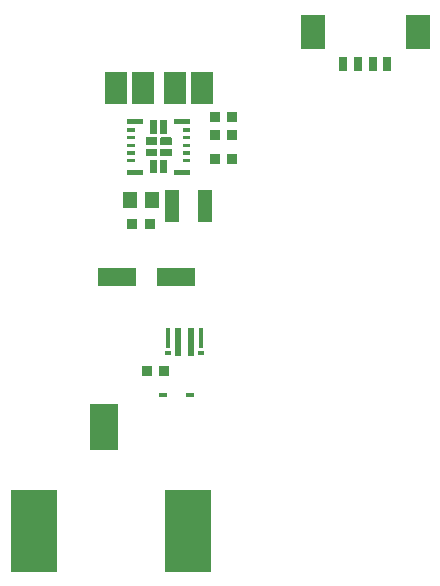
<source format=gbr>
%TF.GenerationSoftware,Altium Limited,Altium Designer,23.5.1 (21)*%
G04 Layer_Color=128*
%FSLAX45Y45*%
%MOMM*%
%TF.SameCoordinates,251D8D79-0CC1-4DB5-8A6B-B6CDDAA58204*%
%TF.FilePolarity,Positive*%
%TF.FileFunction,Paste,Bot*%
%TF.Part,Single*%
G01*
G75*
%TA.AperFunction,SMDPad,CuDef*%
%ADD10R,0.95814X0.91213*%
%ADD13R,0.95872X0.91213*%
%ADD37R,1.90292X2.70620*%
%ADD41R,1.15000X1.45000*%
%ADD45R,0.80000X0.45000*%
%ADD46R,2.48920X3.98780*%
%ADD47R,3.98780X7.00000*%
%ADD48R,1.30000X2.70000*%
%ADD49R,3.20000X1.60000*%
%ADD50R,0.80000X1.30000*%
%ADD51R,2.10000X3.00000*%
%ADD63R,0.46908X0.39908*%
%ADD64R,0.43677X1.66677*%
%ADD65R,0.63000X2.40000*%
G36*
X1792762Y3912993D02*
X1793023Y3912973D01*
X1793282Y3912938D01*
X1793540Y3912891D01*
X1793794Y3912830D01*
X1794045Y3912755D01*
X1794292Y3912668D01*
X1794534Y3912568D01*
X1794770Y3912455D01*
X1795000Y3912330D01*
X1795223Y3912193D01*
X1795439Y3912045D01*
X1795647Y3911886D01*
X1795846Y3911716D01*
X1796036Y3911535D01*
X1796216Y3911346D01*
X1796386Y3911147D01*
X1796545Y3910939D01*
X1796693Y3910723D01*
X1796830Y3910500D01*
X1796955Y3910270D01*
X1797068Y3910034D01*
X1797168Y3909792D01*
X1797255Y3909545D01*
X1797330Y3909294D01*
X1797391Y3909039D01*
X1797439Y3908782D01*
X1797473Y3908523D01*
X1797493Y3908262D01*
X1797500Y3908000D01*
Y3888000D01*
X1797493Y3887738D01*
X1797473Y3887477D01*
X1797439Y3887218D01*
X1797391Y3886960D01*
X1797330Y3886706D01*
X1797255Y3886455D01*
X1797168Y3886208D01*
X1797068Y3885966D01*
X1796955Y3885730D01*
X1796830Y3885500D01*
X1796693Y3885277D01*
X1796545Y3885061D01*
X1796386Y3884853D01*
X1796216Y3884654D01*
X1796036Y3884464D01*
X1795846Y3884284D01*
X1795647Y3884114D01*
X1795439Y3883955D01*
X1795223Y3883807D01*
X1795000Y3883670D01*
X1794770Y3883545D01*
X1794534Y3883432D01*
X1794292Y3883332D01*
X1794045Y3883245D01*
X1793794Y3883170D01*
X1793540Y3883109D01*
X1793282Y3883062D01*
X1793023Y3883027D01*
X1792762Y3883007D01*
X1792500Y3883000D01*
X1737500D01*
X1737238Y3883007D01*
X1736977Y3883027D01*
X1736718Y3883062D01*
X1736461Y3883109D01*
X1736206Y3883170D01*
X1735955Y3883245D01*
X1735708Y3883332D01*
X1735466Y3883432D01*
X1735230Y3883545D01*
X1735000Y3883670D01*
X1734777Y3883807D01*
X1734561Y3883955D01*
X1734353Y3884114D01*
X1734155Y3884284D01*
X1733965Y3884464D01*
X1733784Y3884654D01*
X1733614Y3884853D01*
X1733455Y3885061D01*
X1733307Y3885277D01*
X1733170Y3885500D01*
X1733045Y3885730D01*
X1732932Y3885966D01*
X1732832Y3886208D01*
X1732745Y3886455D01*
X1732670Y3886706D01*
X1732609Y3886960D01*
X1732562Y3887218D01*
X1732527Y3887477D01*
X1732507Y3887738D01*
X1732500Y3888000D01*
Y3908000D01*
X1732507Y3908262D01*
X1732527Y3908523D01*
X1732562Y3908782D01*
X1732609Y3909039D01*
X1732670Y3909294D01*
X1732745Y3909545D01*
X1732832Y3909792D01*
X1732932Y3910034D01*
X1733045Y3910270D01*
X1733170Y3910500D01*
X1733307Y3910723D01*
X1733455Y3910939D01*
X1733614Y3911147D01*
X1733784Y3911346D01*
X1733965Y3911535D01*
X1734155Y3911716D01*
X1734353Y3911886D01*
X1734561Y3912045D01*
X1734777Y3912193D01*
X1735000Y3912330D01*
X1735230Y3912455D01*
X1735466Y3912568D01*
X1735708Y3912668D01*
X1735955Y3912755D01*
X1736206Y3912830D01*
X1736461Y3912891D01*
X1736718Y3912938D01*
X1736977Y3912973D01*
X1737238Y3912993D01*
X1737500Y3913000D01*
X1792500D01*
X1792762Y3912993D01*
D02*
G37*
G36*
X1980262Y3934993D02*
X1980523Y3934973D01*
X1980782Y3934939D01*
X1981040Y3934891D01*
X1981294Y3934830D01*
X1981545Y3934755D01*
X1981792Y3934668D01*
X1982034Y3934568D01*
X1982270Y3934455D01*
X1982500Y3934330D01*
X1982723Y3934193D01*
X1982939Y3934045D01*
X1983147Y3933886D01*
X1983346Y3933716D01*
X1983536Y3933535D01*
X1983716Y3933346D01*
X1983886Y3933147D01*
X1984045Y3932939D01*
X1984193Y3932723D01*
X1984330Y3932500D01*
X1984455Y3932270D01*
X1984568Y3932034D01*
X1984668Y3931792D01*
X1984755Y3931545D01*
X1984830Y3931294D01*
X1984891Y3931040D01*
X1984939Y3930782D01*
X1984973Y3930522D01*
X1984993Y3930262D01*
X1985000Y3930000D01*
Y3875000D01*
X1984993Y3874738D01*
X1984973Y3874477D01*
X1984939Y3874218D01*
X1984891Y3873961D01*
X1984830Y3873706D01*
X1984755Y3873455D01*
X1984668Y3873208D01*
X1984568Y3872966D01*
X1984455Y3872730D01*
X1984330Y3872500D01*
X1984193Y3872277D01*
X1984045Y3872061D01*
X1983886Y3871853D01*
X1983716Y3871654D01*
X1983536Y3871464D01*
X1983346Y3871284D01*
X1983147Y3871114D01*
X1982939Y3870955D01*
X1982723Y3870807D01*
X1982500Y3870670D01*
X1982270Y3870545D01*
X1982034Y3870432D01*
X1981792Y3870332D01*
X1981545Y3870245D01*
X1981294Y3870170D01*
X1981040Y3870109D01*
X1980782Y3870062D01*
X1980523Y3870027D01*
X1980262Y3870007D01*
X1980000Y3870000D01*
X1895000D01*
X1894738Y3870007D01*
X1894478Y3870027D01*
X1894218Y3870062D01*
X1893960Y3870109D01*
X1893706Y3870170D01*
X1893455Y3870245D01*
X1893208Y3870332D01*
X1892966Y3870432D01*
X1892730Y3870545D01*
X1892500Y3870670D01*
X1892277Y3870807D01*
X1892061Y3870955D01*
X1891853Y3871114D01*
X1891654Y3871284D01*
X1891465Y3871464D01*
X1891284Y3871654D01*
X1891114Y3871853D01*
X1890955Y3872061D01*
X1890807Y3872277D01*
X1890670Y3872500D01*
X1890545Y3872730D01*
X1890432Y3872966D01*
X1890332Y3873208D01*
X1890245Y3873455D01*
X1890170Y3873706D01*
X1890109Y3873961D01*
X1890061Y3874218D01*
X1890027Y3874477D01*
X1890007Y3874738D01*
X1890000Y3875000D01*
Y3930000D01*
X1890007Y3930262D01*
X1890027Y3930522D01*
X1890061Y3930782D01*
X1890109Y3931040D01*
X1890170Y3931294D01*
X1890245Y3931545D01*
X1890332Y3931792D01*
X1890432Y3932034D01*
X1890545Y3932270D01*
X1890670Y3932500D01*
X1890807Y3932723D01*
X1890955Y3932939D01*
X1891114Y3933147D01*
X1891284Y3933346D01*
X1891465Y3933535D01*
X1891654Y3933716D01*
X1891853Y3933886D01*
X1892061Y3934045D01*
X1892277Y3934193D01*
X1892500Y3934330D01*
X1892730Y3934455D01*
X1892966Y3934568D01*
X1893208Y3934668D01*
X1893455Y3934755D01*
X1893706Y3934830D01*
X1893960Y3934891D01*
X1894218Y3934939D01*
X1894478Y3934973D01*
X1894738Y3934993D01*
X1895000Y3935000D01*
X1980000D01*
X1980262Y3934993D01*
D02*
G37*
G36*
X1792762Y3847993D02*
X1793023Y3847972D01*
X1793282Y3847938D01*
X1793540Y3847891D01*
X1793794Y3847829D01*
X1794045Y3847755D01*
X1794292Y3847668D01*
X1794534Y3847568D01*
X1794770Y3847455D01*
X1795000Y3847330D01*
X1795223Y3847193D01*
X1795439Y3847045D01*
X1795647Y3846886D01*
X1795846Y3846716D01*
X1796036Y3846536D01*
X1796216Y3846346D01*
X1796386Y3846146D01*
X1796545Y3845939D01*
X1796693Y3845723D01*
X1796830Y3845500D01*
X1796955Y3845270D01*
X1797068Y3845034D01*
X1797168Y3844792D01*
X1797255Y3844545D01*
X1797330Y3844294D01*
X1797391Y3844040D01*
X1797439Y3843782D01*
X1797473Y3843523D01*
X1797493Y3843262D01*
X1797500Y3843000D01*
Y3823000D01*
X1797493Y3822738D01*
X1797473Y3822477D01*
X1797439Y3822218D01*
X1797391Y3821960D01*
X1797330Y3821706D01*
X1797255Y3821455D01*
X1797168Y3821208D01*
X1797068Y3820966D01*
X1796955Y3820730D01*
X1796830Y3820500D01*
X1796693Y3820277D01*
X1796545Y3820061D01*
X1796386Y3819853D01*
X1796216Y3819654D01*
X1796036Y3819465D01*
X1795846Y3819284D01*
X1795647Y3819114D01*
X1795439Y3818955D01*
X1795223Y3818807D01*
X1795000Y3818670D01*
X1794770Y3818545D01*
X1794534Y3818432D01*
X1794292Y3818332D01*
X1794045Y3818245D01*
X1793794Y3818170D01*
X1793540Y3818109D01*
X1793282Y3818061D01*
X1793023Y3818027D01*
X1792762Y3818007D01*
X1792500Y3818000D01*
X1737500D01*
X1737238Y3818007D01*
X1736977Y3818027D01*
X1736718Y3818061D01*
X1736461Y3818109D01*
X1736206Y3818170D01*
X1735955Y3818245D01*
X1735708Y3818332D01*
X1735466Y3818432D01*
X1735230Y3818545D01*
X1735000Y3818670D01*
X1734777Y3818807D01*
X1734561Y3818955D01*
X1734353Y3819114D01*
X1734155Y3819284D01*
X1733965Y3819465D01*
X1733784Y3819654D01*
X1733614Y3819853D01*
X1733455Y3820061D01*
X1733307Y3820277D01*
X1733170Y3820500D01*
X1733045Y3820730D01*
X1732932Y3820966D01*
X1732832Y3821208D01*
X1732745Y3821455D01*
X1732670Y3821706D01*
X1732609Y3821960D01*
X1732562Y3822218D01*
X1732527Y3822477D01*
X1732507Y3822738D01*
X1732500Y3823000D01*
Y3843000D01*
X1732507Y3843262D01*
X1732527Y3843523D01*
X1732562Y3843782D01*
X1732609Y3844040D01*
X1732670Y3844294D01*
X1732745Y3844545D01*
X1732832Y3844792D01*
X1732932Y3845034D01*
X1733045Y3845270D01*
X1733170Y3845500D01*
X1733307Y3845723D01*
X1733455Y3845939D01*
X1733614Y3846146D01*
X1733784Y3846346D01*
X1733965Y3846536D01*
X1734155Y3846716D01*
X1734353Y3846886D01*
X1734561Y3847045D01*
X1734777Y3847193D01*
X1735000Y3847330D01*
X1735230Y3847455D01*
X1735466Y3847568D01*
X1735708Y3847668D01*
X1735955Y3847755D01*
X1736206Y3847829D01*
X1736461Y3847891D01*
X1736718Y3847938D01*
X1736977Y3847972D01*
X1737238Y3847993D01*
X1737500Y3848000D01*
X1792500D01*
X1792762Y3847993D01*
D02*
G37*
G36*
X1982762Y3839993D02*
X1983023Y3839973D01*
X1983282Y3839938D01*
X1983540Y3839891D01*
X1983794Y3839830D01*
X1984045Y3839755D01*
X1984292Y3839668D01*
X1984534Y3839568D01*
X1984770Y3839455D01*
X1985000Y3839330D01*
X1985223Y3839193D01*
X1985439Y3839045D01*
X1985647Y3838886D01*
X1985846Y3838716D01*
X1986036Y3838536D01*
X1986216Y3838346D01*
X1986386Y3838147D01*
X1986545Y3837939D01*
X1986694Y3837723D01*
X1986830Y3837500D01*
X1986955Y3837270D01*
X1987068Y3837034D01*
X1987168Y3836792D01*
X1987255Y3836545D01*
X1987330Y3836294D01*
X1987391Y3836040D01*
X1987438Y3835782D01*
X1987473Y3835523D01*
X1987493Y3835262D01*
X1987500Y3835000D01*
Y3730000D01*
X1987493Y3729738D01*
X1987473Y3729477D01*
X1987438Y3729218D01*
X1987391Y3728961D01*
X1987330Y3728706D01*
X1987255Y3728455D01*
X1987168Y3728208D01*
X1987068Y3727966D01*
X1986955Y3727730D01*
X1986830Y3727500D01*
X1986694Y3727277D01*
X1986545Y3727061D01*
X1986386Y3726853D01*
X1986216Y3726654D01*
X1986036Y3726464D01*
X1985846Y3726284D01*
X1985647Y3726114D01*
X1985439Y3725955D01*
X1985223Y3725807D01*
X1985000Y3725670D01*
X1984770Y3725545D01*
X1984534Y3725432D01*
X1984292Y3725332D01*
X1984045Y3725245D01*
X1983794Y3725170D01*
X1983540Y3725109D01*
X1983282Y3725062D01*
X1983023Y3725027D01*
X1982762Y3725007D01*
X1982500Y3725000D01*
X1932500D01*
X1932238Y3725007D01*
X1931977Y3725027D01*
X1931718Y3725062D01*
X1931460Y3725109D01*
X1931206Y3725170D01*
X1930955Y3725245D01*
X1930708Y3725332D01*
X1930466Y3725432D01*
X1930230Y3725545D01*
X1930000Y3725670D01*
X1929777Y3725807D01*
X1929561Y3725955D01*
X1929354Y3726114D01*
X1929154Y3726284D01*
X1928965Y3726464D01*
X1928784Y3726654D01*
X1928614Y3726853D01*
X1928455Y3727061D01*
X1928307Y3727277D01*
X1928170Y3727500D01*
X1928045Y3727730D01*
X1927932Y3727966D01*
X1927832Y3728208D01*
X1927745Y3728455D01*
X1927671Y3728706D01*
X1927609Y3728961D01*
X1927562Y3729218D01*
X1927528Y3729477D01*
X1927507Y3729738D01*
X1927500Y3730000D01*
Y3835000D01*
X1927507Y3835262D01*
X1927528Y3835523D01*
X1927562Y3835782D01*
X1927609Y3836040D01*
X1927671Y3836294D01*
X1927745Y3836545D01*
X1927832Y3836792D01*
X1927932Y3837034D01*
X1928045Y3837270D01*
X1928170Y3837500D01*
X1928307Y3837723D01*
X1928455Y3837939D01*
X1928614Y3838147D01*
X1928784Y3838346D01*
X1928965Y3838536D01*
X1929154Y3838716D01*
X1929354Y3838886D01*
X1929561Y3839045D01*
X1929777Y3839193D01*
X1930000Y3839330D01*
X1930230Y3839455D01*
X1930466Y3839568D01*
X1930708Y3839668D01*
X1930955Y3839755D01*
X1931206Y3839830D01*
X1931460Y3839891D01*
X1931718Y3839938D01*
X1931977Y3839973D01*
X1932238Y3839993D01*
X1932500Y3840000D01*
X1982500D01*
X1982762Y3839993D01*
D02*
G37*
G36*
X1862762Y3757993D02*
X1863023Y3757973D01*
X1863282Y3757938D01*
X1863540Y3757891D01*
X1863794Y3757830D01*
X1864045Y3757755D01*
X1864292Y3757668D01*
X1864534Y3757568D01*
X1864770Y3757455D01*
X1865000Y3757330D01*
X1865223Y3757193D01*
X1865439Y3757045D01*
X1865647Y3756886D01*
X1865846Y3756716D01*
X1866036Y3756536D01*
X1866216Y3756346D01*
X1866386Y3756147D01*
X1866545Y3755939D01*
X1866693Y3755723D01*
X1866830Y3755500D01*
X1866955Y3755270D01*
X1867068Y3755034D01*
X1867168Y3754792D01*
X1867255Y3754545D01*
X1867330Y3754294D01*
X1867391Y3754039D01*
X1867438Y3753782D01*
X1867473Y3753523D01*
X1867493Y3753262D01*
X1867500Y3753000D01*
Y3718000D01*
X1867493Y3717738D01*
X1867473Y3717477D01*
X1867438Y3717218D01*
X1867391Y3716960D01*
X1867330Y3716706D01*
X1867255Y3716455D01*
X1867168Y3716208D01*
X1867068Y3715966D01*
X1866955Y3715730D01*
X1866830Y3715500D01*
X1866693Y3715277D01*
X1866545Y3715061D01*
X1866386Y3714853D01*
X1866216Y3714654D01*
X1866036Y3714465D01*
X1865846Y3714284D01*
X1865647Y3714114D01*
X1865439Y3713955D01*
X1865223Y3713807D01*
X1865000Y3713670D01*
X1864770Y3713545D01*
X1864534Y3713432D01*
X1864292Y3713332D01*
X1864045Y3713245D01*
X1863794Y3713170D01*
X1863540Y3713109D01*
X1863282Y3713061D01*
X1863023Y3713027D01*
X1862762Y3713007D01*
X1862500Y3713000D01*
X1737500D01*
X1737238Y3713007D01*
X1736977Y3713027D01*
X1736718Y3713061D01*
X1736461Y3713109D01*
X1736206Y3713170D01*
X1735955Y3713245D01*
X1735708Y3713332D01*
X1735466Y3713432D01*
X1735230Y3713545D01*
X1735000Y3713670D01*
X1734777Y3713807D01*
X1734561Y3713955D01*
X1734353Y3714114D01*
X1734155Y3714284D01*
X1733965Y3714465D01*
X1733784Y3714654D01*
X1733614Y3714853D01*
X1733455Y3715061D01*
X1733307Y3715277D01*
X1733170Y3715500D01*
X1733045Y3715730D01*
X1732932Y3715966D01*
X1732832Y3716208D01*
X1732745Y3716455D01*
X1732670Y3716706D01*
X1732609Y3716960D01*
X1732562Y3717218D01*
X1732527Y3717477D01*
X1732507Y3717738D01*
X1732500Y3718000D01*
Y3753000D01*
X1732507Y3753262D01*
X1732527Y3753523D01*
X1732562Y3753782D01*
X1732609Y3754039D01*
X1732670Y3754294D01*
X1732745Y3754545D01*
X1732832Y3754792D01*
X1732932Y3755034D01*
X1733045Y3755270D01*
X1733170Y3755500D01*
X1733307Y3755723D01*
X1733455Y3755939D01*
X1733614Y3756147D01*
X1733784Y3756346D01*
X1733965Y3756536D01*
X1734155Y3756716D01*
X1734353Y3756886D01*
X1734561Y3757045D01*
X1734777Y3757193D01*
X1735000Y3757330D01*
X1735230Y3757455D01*
X1735466Y3757568D01*
X1735708Y3757668D01*
X1735955Y3757755D01*
X1736206Y3757830D01*
X1736461Y3757891D01*
X1736718Y3757938D01*
X1736977Y3757973D01*
X1737238Y3757993D01*
X1737500Y3758000D01*
X1862500D01*
X1862762Y3757993D01*
D02*
G37*
G36*
Y4187993D02*
X1863023Y4187973D01*
X1863282Y4187939D01*
X1863540Y4187891D01*
X1863794Y4187830D01*
X1864045Y4187755D01*
X1864292Y4187668D01*
X1864534Y4187568D01*
X1864770Y4187455D01*
X1865000Y4187330D01*
X1865223Y4187193D01*
X1865439Y4187045D01*
X1865647Y4186886D01*
X1865846Y4186716D01*
X1866036Y4186535D01*
X1866216Y4186346D01*
X1866386Y4186147D01*
X1866545Y4185939D01*
X1866693Y4185723D01*
X1866830Y4185500D01*
X1866955Y4185270D01*
X1867068Y4185034D01*
X1867168Y4184792D01*
X1867255Y4184545D01*
X1867330Y4184294D01*
X1867391Y4184040D01*
X1867438Y4183782D01*
X1867473Y4183522D01*
X1867493Y4183262D01*
X1867500Y4183000D01*
Y4148000D01*
X1867493Y4147738D01*
X1867473Y4147477D01*
X1867438Y4147218D01*
X1867391Y4146960D01*
X1867330Y4146706D01*
X1867255Y4146455D01*
X1867168Y4146208D01*
X1867068Y4145966D01*
X1866955Y4145730D01*
X1866830Y4145500D01*
X1866693Y4145277D01*
X1866545Y4145061D01*
X1866386Y4144853D01*
X1866216Y4144654D01*
X1866036Y4144464D01*
X1865846Y4144284D01*
X1865647Y4144114D01*
X1865439Y4143955D01*
X1865223Y4143807D01*
X1865000Y4143670D01*
X1864770Y4143545D01*
X1864534Y4143432D01*
X1864292Y4143332D01*
X1864045Y4143245D01*
X1863794Y4143170D01*
X1863540Y4143109D01*
X1863282Y4143062D01*
X1863023Y4143027D01*
X1862762Y4143007D01*
X1862500Y4143000D01*
X1737500D01*
X1737238Y4143007D01*
X1736977Y4143027D01*
X1736718Y4143062D01*
X1736461Y4143109D01*
X1736206Y4143170D01*
X1735955Y4143245D01*
X1735708Y4143332D01*
X1735466Y4143432D01*
X1735230Y4143545D01*
X1735000Y4143670D01*
X1734777Y4143807D01*
X1734561Y4143955D01*
X1734353Y4144114D01*
X1734155Y4144284D01*
X1733965Y4144464D01*
X1733784Y4144654D01*
X1733614Y4144853D01*
X1733455Y4145061D01*
X1733307Y4145277D01*
X1733170Y4145500D01*
X1733045Y4145730D01*
X1732932Y4145966D01*
X1732832Y4146208D01*
X1732745Y4146455D01*
X1732670Y4146706D01*
X1732609Y4146960D01*
X1732562Y4147218D01*
X1732527Y4147477D01*
X1732507Y4147738D01*
X1732500Y4148000D01*
Y4183000D01*
X1732507Y4183262D01*
X1732527Y4183522D01*
X1732562Y4183782D01*
X1732609Y4184040D01*
X1732670Y4184294D01*
X1732745Y4184545D01*
X1732832Y4184792D01*
X1732932Y4185034D01*
X1733045Y4185270D01*
X1733170Y4185500D01*
X1733307Y4185723D01*
X1733455Y4185939D01*
X1733614Y4186147D01*
X1733784Y4186346D01*
X1733965Y4186535D01*
X1734155Y4186716D01*
X1734353Y4186886D01*
X1734561Y4187045D01*
X1734777Y4187193D01*
X1735000Y4187330D01*
X1735230Y4187455D01*
X1735466Y4187568D01*
X1735708Y4187668D01*
X1735955Y4187755D01*
X1736206Y4187830D01*
X1736461Y4187891D01*
X1736718Y4187939D01*
X1736977Y4187973D01*
X1737238Y4187993D01*
X1737500Y4188000D01*
X1862500D01*
X1862762Y4187993D01*
D02*
G37*
G36*
X1792762Y4107993D02*
X1793023Y4107972D01*
X1793282Y4107938D01*
X1793540Y4107891D01*
X1793794Y4107829D01*
X1794045Y4107755D01*
X1794292Y4107668D01*
X1794534Y4107568D01*
X1794770Y4107455D01*
X1795000Y4107330D01*
X1795223Y4107193D01*
X1795439Y4107045D01*
X1795647Y4106886D01*
X1795846Y4106716D01*
X1796036Y4106536D01*
X1796216Y4106346D01*
X1796386Y4106146D01*
X1796545Y4105939D01*
X1796693Y4105723D01*
X1796830Y4105500D01*
X1796955Y4105270D01*
X1797068Y4105034D01*
X1797168Y4104792D01*
X1797255Y4104545D01*
X1797330Y4104294D01*
X1797391Y4104040D01*
X1797439Y4103782D01*
X1797473Y4103523D01*
X1797493Y4103262D01*
X1797500Y4103000D01*
Y4083000D01*
X1797493Y4082738D01*
X1797473Y4082477D01*
X1797439Y4082218D01*
X1797391Y4081960D01*
X1797330Y4081706D01*
X1797255Y4081455D01*
X1797168Y4081208D01*
X1797068Y4080966D01*
X1796955Y4080730D01*
X1796830Y4080500D01*
X1796693Y4080277D01*
X1796545Y4080061D01*
X1796386Y4079853D01*
X1796216Y4079654D01*
X1796036Y4079465D01*
X1795846Y4079284D01*
X1795647Y4079114D01*
X1795439Y4078955D01*
X1795223Y4078807D01*
X1795000Y4078670D01*
X1794770Y4078545D01*
X1794534Y4078432D01*
X1794292Y4078332D01*
X1794045Y4078245D01*
X1793794Y4078170D01*
X1793540Y4078109D01*
X1793282Y4078061D01*
X1793023Y4078027D01*
X1792762Y4078007D01*
X1792500Y4078000D01*
X1737500D01*
X1737238Y4078007D01*
X1736977Y4078027D01*
X1736718Y4078061D01*
X1736461Y4078109D01*
X1736206Y4078170D01*
X1735955Y4078245D01*
X1735708Y4078332D01*
X1735466Y4078432D01*
X1735230Y4078545D01*
X1735000Y4078670D01*
X1734777Y4078807D01*
X1734561Y4078955D01*
X1734353Y4079114D01*
X1734155Y4079284D01*
X1733965Y4079465D01*
X1733784Y4079654D01*
X1733614Y4079853D01*
X1733455Y4080061D01*
X1733307Y4080277D01*
X1733170Y4080500D01*
X1733045Y4080730D01*
X1732932Y4080966D01*
X1732832Y4081208D01*
X1732745Y4081455D01*
X1732670Y4081706D01*
X1732609Y4081960D01*
X1732562Y4082218D01*
X1732527Y4082477D01*
X1732507Y4082738D01*
X1732500Y4083000D01*
Y4103000D01*
X1732507Y4103262D01*
X1732527Y4103523D01*
X1732562Y4103782D01*
X1732609Y4104040D01*
X1732670Y4104294D01*
X1732745Y4104545D01*
X1732832Y4104792D01*
X1732932Y4105034D01*
X1733045Y4105270D01*
X1733170Y4105500D01*
X1733307Y4105723D01*
X1733455Y4105939D01*
X1733614Y4106146D01*
X1733784Y4106346D01*
X1733965Y4106536D01*
X1734155Y4106716D01*
X1734353Y4106886D01*
X1734561Y4107045D01*
X1734777Y4107193D01*
X1735000Y4107330D01*
X1735230Y4107455D01*
X1735466Y4107568D01*
X1735708Y4107668D01*
X1735955Y4107755D01*
X1736206Y4107829D01*
X1736461Y4107891D01*
X1736718Y4107938D01*
X1736977Y4107972D01*
X1737238Y4107993D01*
X1737500Y4108000D01*
X1792500D01*
X1792762Y4107993D01*
D02*
G37*
G36*
X1982762Y4174993D02*
X1983023Y4174973D01*
X1983282Y4174938D01*
X1983540Y4174891D01*
X1983794Y4174830D01*
X1984045Y4174755D01*
X1984292Y4174668D01*
X1984534Y4174568D01*
X1984770Y4174455D01*
X1985000Y4174330D01*
X1985223Y4174193D01*
X1985439Y4174045D01*
X1985647Y4173886D01*
X1985846Y4173716D01*
X1986036Y4173535D01*
X1986216Y4173346D01*
X1986386Y4173147D01*
X1986545Y4172939D01*
X1986694Y4172723D01*
X1986830Y4172500D01*
X1986955Y4172270D01*
X1987068Y4172034D01*
X1987168Y4171792D01*
X1987255Y4171545D01*
X1987330Y4171294D01*
X1987391Y4171039D01*
X1987438Y4170782D01*
X1987473Y4170523D01*
X1987493Y4170262D01*
X1987500Y4170000D01*
Y4065000D01*
X1987493Y4064738D01*
X1987473Y4064477D01*
X1987438Y4064218D01*
X1987391Y4063960D01*
X1987330Y4063706D01*
X1987255Y4063455D01*
X1987168Y4063208D01*
X1987068Y4062966D01*
X1986955Y4062730D01*
X1986830Y4062500D01*
X1986694Y4062277D01*
X1986545Y4062061D01*
X1986386Y4061853D01*
X1986216Y4061654D01*
X1986036Y4061464D01*
X1985846Y4061284D01*
X1985647Y4061114D01*
X1985439Y4060955D01*
X1985223Y4060807D01*
X1985000Y4060670D01*
X1984770Y4060545D01*
X1984534Y4060432D01*
X1984292Y4060332D01*
X1984045Y4060245D01*
X1983794Y4060170D01*
X1983540Y4060109D01*
X1983282Y4060061D01*
X1983023Y4060027D01*
X1982762Y4060007D01*
X1982500Y4060000D01*
X1932500D01*
X1932238Y4060007D01*
X1931977Y4060027D01*
X1931718Y4060061D01*
X1931460Y4060109D01*
X1931206Y4060170D01*
X1930955Y4060245D01*
X1930708Y4060332D01*
X1930466Y4060432D01*
X1930230Y4060545D01*
X1930000Y4060670D01*
X1929777Y4060807D01*
X1929561Y4060955D01*
X1929354Y4061114D01*
X1929154Y4061284D01*
X1928965Y4061464D01*
X1928784Y4061654D01*
X1928614Y4061853D01*
X1928455Y4062061D01*
X1928307Y4062277D01*
X1928170Y4062500D01*
X1928045Y4062730D01*
X1927932Y4062966D01*
X1927832Y4063208D01*
X1927745Y4063455D01*
X1927671Y4063706D01*
X1927609Y4063960D01*
X1927562Y4064218D01*
X1927528Y4064477D01*
X1927507Y4064738D01*
X1927500Y4065000D01*
Y4170000D01*
X1927507Y4170262D01*
X1927528Y4170523D01*
X1927562Y4170782D01*
X1927609Y4171039D01*
X1927671Y4171294D01*
X1927745Y4171545D01*
X1927832Y4171792D01*
X1927932Y4172034D01*
X1928045Y4172270D01*
X1928170Y4172500D01*
X1928307Y4172723D01*
X1928455Y4172939D01*
X1928614Y4173147D01*
X1928784Y4173346D01*
X1928965Y4173535D01*
X1929154Y4173716D01*
X1929354Y4173886D01*
X1929561Y4174045D01*
X1929777Y4174193D01*
X1930000Y4174330D01*
X1930230Y4174455D01*
X1930466Y4174568D01*
X1930708Y4174668D01*
X1930955Y4174755D01*
X1931206Y4174830D01*
X1931460Y4174891D01*
X1931718Y4174938D01*
X1931977Y4174973D01*
X1932238Y4174993D01*
X1932500Y4175000D01*
X1982500D01*
X1982762Y4174993D01*
D02*
G37*
G36*
X1792762Y4042993D02*
X1793023Y4042973D01*
X1793282Y4042938D01*
X1793540Y4042891D01*
X1793794Y4042830D01*
X1794045Y4042755D01*
X1794292Y4042668D01*
X1794534Y4042568D01*
X1794770Y4042455D01*
X1795000Y4042330D01*
X1795223Y4042193D01*
X1795439Y4042045D01*
X1795647Y4041886D01*
X1795846Y4041716D01*
X1796036Y4041535D01*
X1796216Y4041346D01*
X1796386Y4041147D01*
X1796545Y4040939D01*
X1796693Y4040723D01*
X1796830Y4040500D01*
X1796955Y4040270D01*
X1797068Y4040034D01*
X1797168Y4039792D01*
X1797255Y4039545D01*
X1797330Y4039294D01*
X1797391Y4039039D01*
X1797439Y4038782D01*
X1797473Y4038523D01*
X1797493Y4038262D01*
X1797500Y4038000D01*
Y4018000D01*
X1797493Y4017738D01*
X1797473Y4017477D01*
X1797439Y4017218D01*
X1797391Y4016960D01*
X1797330Y4016706D01*
X1797255Y4016455D01*
X1797168Y4016208D01*
X1797068Y4015966D01*
X1796955Y4015730D01*
X1796830Y4015500D01*
X1796693Y4015277D01*
X1796545Y4015061D01*
X1796386Y4014853D01*
X1796216Y4014654D01*
X1796036Y4014464D01*
X1795846Y4014284D01*
X1795647Y4014114D01*
X1795439Y4013955D01*
X1795223Y4013807D01*
X1795000Y4013670D01*
X1794770Y4013545D01*
X1794534Y4013432D01*
X1794292Y4013332D01*
X1794045Y4013245D01*
X1793794Y4013170D01*
X1793540Y4013109D01*
X1793282Y4013062D01*
X1793023Y4013027D01*
X1792762Y4013007D01*
X1792500Y4013000D01*
X1737500D01*
X1737238Y4013007D01*
X1736977Y4013027D01*
X1736718Y4013062D01*
X1736461Y4013109D01*
X1736206Y4013170D01*
X1735955Y4013245D01*
X1735708Y4013332D01*
X1735466Y4013432D01*
X1735230Y4013545D01*
X1735000Y4013670D01*
X1734777Y4013807D01*
X1734561Y4013955D01*
X1734353Y4014114D01*
X1734155Y4014284D01*
X1733965Y4014464D01*
X1733784Y4014654D01*
X1733614Y4014853D01*
X1733455Y4015061D01*
X1733307Y4015277D01*
X1733170Y4015500D01*
X1733045Y4015730D01*
X1732932Y4015966D01*
X1732832Y4016208D01*
X1732745Y4016455D01*
X1732670Y4016706D01*
X1732609Y4016960D01*
X1732562Y4017218D01*
X1732527Y4017477D01*
X1732507Y4017738D01*
X1732500Y4018000D01*
Y4038000D01*
X1732507Y4038262D01*
X1732527Y4038523D01*
X1732562Y4038782D01*
X1732609Y4039039D01*
X1732670Y4039294D01*
X1732745Y4039545D01*
X1732832Y4039792D01*
X1732932Y4040034D01*
X1733045Y4040270D01*
X1733170Y4040500D01*
X1733307Y4040723D01*
X1733455Y4040939D01*
X1733614Y4041147D01*
X1733784Y4041346D01*
X1733965Y4041535D01*
X1734155Y4041716D01*
X1734353Y4041886D01*
X1734561Y4042045D01*
X1734777Y4042193D01*
X1735000Y4042330D01*
X1735230Y4042455D01*
X1735466Y4042568D01*
X1735708Y4042668D01*
X1735955Y4042755D01*
X1736206Y4042830D01*
X1736461Y4042891D01*
X1736718Y4042938D01*
X1736977Y4042973D01*
X1737238Y4042993D01*
X1737500Y4043000D01*
X1792500D01*
X1792762Y4042993D01*
D02*
G37*
G36*
X1980262Y4029993D02*
X1980523Y4029973D01*
X1980782Y4029938D01*
X1981040Y4029891D01*
X1981294Y4029830D01*
X1981545Y4029755D01*
X1981792Y4029668D01*
X1982034Y4029568D01*
X1982270Y4029455D01*
X1982500Y4029330D01*
X1982723Y4029193D01*
X1982939Y4029045D01*
X1983147Y4028886D01*
X1983346Y4028716D01*
X1983536Y4028536D01*
X1983716Y4028346D01*
X1983886Y4028147D01*
X1984045Y4027939D01*
X1984193Y4027723D01*
X1984330Y4027500D01*
X1984455Y4027270D01*
X1984568Y4027034D01*
X1984668Y4026792D01*
X1984755Y4026545D01*
X1984830Y4026294D01*
X1984891Y4026039D01*
X1984939Y4025782D01*
X1984973Y4025523D01*
X1984993Y4025262D01*
X1985000Y4025000D01*
Y3970000D01*
X1984993Y3969738D01*
X1984973Y3969477D01*
X1984939Y3969218D01*
X1984891Y3968960D01*
X1984830Y3968706D01*
X1984755Y3968455D01*
X1984668Y3968208D01*
X1984568Y3967966D01*
X1984455Y3967730D01*
X1984330Y3967500D01*
X1984193Y3967277D01*
X1984045Y3967061D01*
X1983886Y3966853D01*
X1983716Y3966654D01*
X1983536Y3966465D01*
X1983346Y3966284D01*
X1983147Y3966114D01*
X1982939Y3965955D01*
X1982723Y3965807D01*
X1982500Y3965670D01*
X1982270Y3965545D01*
X1982034Y3965432D01*
X1981792Y3965332D01*
X1981545Y3965245D01*
X1981294Y3965170D01*
X1981040Y3965109D01*
X1980782Y3965061D01*
X1980523Y3965027D01*
X1980262Y3965007D01*
X1980000Y3965000D01*
X1895000D01*
X1894738Y3965007D01*
X1894478Y3965027D01*
X1894218Y3965061D01*
X1893960Y3965109D01*
X1893706Y3965170D01*
X1893455Y3965245D01*
X1893208Y3965332D01*
X1892966Y3965432D01*
X1892730Y3965545D01*
X1892500Y3965670D01*
X1892277Y3965807D01*
X1892061Y3965955D01*
X1891853Y3966114D01*
X1891654Y3966284D01*
X1891465Y3966465D01*
X1891284Y3966654D01*
X1891114Y3966853D01*
X1890955Y3967061D01*
X1890807Y3967277D01*
X1890670Y3967500D01*
X1890545Y3967730D01*
X1890432Y3967966D01*
X1890332Y3968208D01*
X1890245Y3968455D01*
X1890170Y3968706D01*
X1890109Y3968960D01*
X1890061Y3969218D01*
X1890027Y3969477D01*
X1890007Y3969738D01*
X1890000Y3970000D01*
Y4025000D01*
X1890007Y4025262D01*
X1890027Y4025523D01*
X1890061Y4025782D01*
X1890109Y4026039D01*
X1890170Y4026294D01*
X1890245Y4026545D01*
X1890332Y4026792D01*
X1890432Y4027034D01*
X1890545Y4027270D01*
X1890670Y4027500D01*
X1890807Y4027723D01*
X1890955Y4027939D01*
X1891114Y4028147D01*
X1891284Y4028346D01*
X1891465Y4028536D01*
X1891654Y4028716D01*
X1891853Y4028886D01*
X1892061Y4029045D01*
X1892277Y4029193D01*
X1892500Y4029330D01*
X1892730Y4029455D01*
X1892966Y4029568D01*
X1893208Y4029668D01*
X1893455Y4029755D01*
X1893706Y4029830D01*
X1893960Y4029891D01*
X1894218Y4029938D01*
X1894478Y4029973D01*
X1894738Y4029993D01*
X1895000Y4030000D01*
X1980000D01*
X1980262Y4029993D01*
D02*
G37*
G36*
X1792762Y3977993D02*
X1793023Y3977972D01*
X1793282Y3977938D01*
X1793540Y3977891D01*
X1793794Y3977829D01*
X1794045Y3977755D01*
X1794292Y3977668D01*
X1794534Y3977568D01*
X1794770Y3977455D01*
X1795000Y3977330D01*
X1795223Y3977193D01*
X1795439Y3977045D01*
X1795647Y3976886D01*
X1795846Y3976716D01*
X1796036Y3976536D01*
X1796216Y3976346D01*
X1796386Y3976146D01*
X1796545Y3975939D01*
X1796693Y3975723D01*
X1796830Y3975500D01*
X1796955Y3975270D01*
X1797068Y3975034D01*
X1797168Y3974792D01*
X1797255Y3974545D01*
X1797330Y3974294D01*
X1797391Y3974040D01*
X1797439Y3973782D01*
X1797473Y3973523D01*
X1797493Y3973262D01*
X1797500Y3973000D01*
Y3953000D01*
X1797493Y3952738D01*
X1797473Y3952477D01*
X1797439Y3952218D01*
X1797391Y3951960D01*
X1797330Y3951706D01*
X1797255Y3951455D01*
X1797168Y3951208D01*
X1797068Y3950966D01*
X1796955Y3950730D01*
X1796830Y3950500D01*
X1796693Y3950277D01*
X1796545Y3950061D01*
X1796386Y3949853D01*
X1796216Y3949654D01*
X1796036Y3949465D01*
X1795846Y3949284D01*
X1795647Y3949114D01*
X1795439Y3948955D01*
X1795223Y3948807D01*
X1795000Y3948670D01*
X1794770Y3948545D01*
X1794534Y3948432D01*
X1794292Y3948332D01*
X1794045Y3948245D01*
X1793794Y3948170D01*
X1793540Y3948109D01*
X1793282Y3948061D01*
X1793023Y3948027D01*
X1792762Y3948007D01*
X1792500Y3948000D01*
X1737500D01*
X1737238Y3948007D01*
X1736977Y3948027D01*
X1736718Y3948061D01*
X1736461Y3948109D01*
X1736206Y3948170D01*
X1735955Y3948245D01*
X1735708Y3948332D01*
X1735466Y3948432D01*
X1735230Y3948545D01*
X1735000Y3948670D01*
X1734777Y3948807D01*
X1734561Y3948955D01*
X1734353Y3949114D01*
X1734155Y3949284D01*
X1733965Y3949465D01*
X1733784Y3949654D01*
X1733614Y3949853D01*
X1733455Y3950061D01*
X1733307Y3950277D01*
X1733170Y3950500D01*
X1733045Y3950730D01*
X1732932Y3950966D01*
X1732832Y3951208D01*
X1732745Y3951455D01*
X1732670Y3951706D01*
X1732609Y3951960D01*
X1732562Y3952218D01*
X1732527Y3952477D01*
X1732507Y3952738D01*
X1732500Y3953000D01*
Y3973000D01*
X1732507Y3973262D01*
X1732527Y3973523D01*
X1732562Y3973782D01*
X1732609Y3974040D01*
X1732670Y3974294D01*
X1732745Y3974545D01*
X1732832Y3974792D01*
X1732932Y3975034D01*
X1733045Y3975270D01*
X1733170Y3975500D01*
X1733307Y3975723D01*
X1733455Y3975939D01*
X1733614Y3976146D01*
X1733784Y3976346D01*
X1733965Y3976536D01*
X1734155Y3976716D01*
X1734353Y3976886D01*
X1734561Y3977045D01*
X1734777Y3977193D01*
X1735000Y3977330D01*
X1735230Y3977455D01*
X1735466Y3977568D01*
X1735708Y3977668D01*
X1735955Y3977755D01*
X1736206Y3977829D01*
X1736461Y3977891D01*
X1736718Y3977938D01*
X1736977Y3977972D01*
X1737238Y3977993D01*
X1737500Y3978000D01*
X1792500D01*
X1792762Y3977993D01*
D02*
G37*
G36*
X2262762Y4187993D02*
X2263023Y4187973D01*
X2263282Y4187939D01*
X2263540Y4187891D01*
X2263794Y4187830D01*
X2264045Y4187755D01*
X2264292Y4187668D01*
X2264534Y4187568D01*
X2264770Y4187455D01*
X2265000Y4187330D01*
X2265223Y4187193D01*
X2265439Y4187045D01*
X2265647Y4186886D01*
X2265846Y4186716D01*
X2266036Y4186535D01*
X2266216Y4186346D01*
X2266386Y4186147D01*
X2266545Y4185939D01*
X2266693Y4185723D01*
X2266830Y4185500D01*
X2266955Y4185270D01*
X2267068Y4185034D01*
X2267168Y4184792D01*
X2267255Y4184545D01*
X2267330Y4184294D01*
X2267391Y4184040D01*
X2267438Y4183782D01*
X2267473Y4183522D01*
X2267493Y4183262D01*
X2267500Y4183000D01*
Y4148000D01*
X2267493Y4147738D01*
X2267473Y4147477D01*
X2267438Y4147218D01*
X2267391Y4146960D01*
X2267330Y4146706D01*
X2267255Y4146455D01*
X2267168Y4146208D01*
X2267068Y4145966D01*
X2266955Y4145730D01*
X2266830Y4145500D01*
X2266693Y4145277D01*
X2266545Y4145061D01*
X2266386Y4144853D01*
X2266216Y4144654D01*
X2266036Y4144464D01*
X2265846Y4144284D01*
X2265647Y4144114D01*
X2265439Y4143955D01*
X2265223Y4143807D01*
X2265000Y4143670D01*
X2264770Y4143545D01*
X2264534Y4143432D01*
X2264292Y4143332D01*
X2264045Y4143245D01*
X2263794Y4143170D01*
X2263540Y4143109D01*
X2263282Y4143062D01*
X2263023Y4143027D01*
X2262762Y4143007D01*
X2262500Y4143000D01*
X2137500D01*
X2137238Y4143007D01*
X2136977Y4143027D01*
X2136718Y4143062D01*
X2136461Y4143109D01*
X2136206Y4143170D01*
X2135955Y4143245D01*
X2135708Y4143332D01*
X2135466Y4143432D01*
X2135230Y4143545D01*
X2135000Y4143670D01*
X2134777Y4143807D01*
X2134561Y4143955D01*
X2134353Y4144114D01*
X2134154Y4144284D01*
X2133964Y4144464D01*
X2133784Y4144654D01*
X2133614Y4144853D01*
X2133455Y4145061D01*
X2133307Y4145277D01*
X2133170Y4145500D01*
X2133045Y4145730D01*
X2132932Y4145966D01*
X2132832Y4146208D01*
X2132745Y4146455D01*
X2132670Y4146706D01*
X2132609Y4146960D01*
X2132562Y4147218D01*
X2132527Y4147477D01*
X2132507Y4147738D01*
X2132500Y4148000D01*
Y4183000D01*
X2132507Y4183262D01*
X2132527Y4183522D01*
X2132562Y4183782D01*
X2132609Y4184040D01*
X2132670Y4184294D01*
X2132745Y4184545D01*
X2132832Y4184792D01*
X2132932Y4185034D01*
X2133045Y4185270D01*
X2133170Y4185500D01*
X2133307Y4185723D01*
X2133455Y4185939D01*
X2133614Y4186147D01*
X2133784Y4186346D01*
X2133964Y4186535D01*
X2134154Y4186716D01*
X2134353Y4186886D01*
X2134561Y4187045D01*
X2134777Y4187193D01*
X2135000Y4187330D01*
X2135230Y4187455D01*
X2135466Y4187568D01*
X2135708Y4187668D01*
X2135955Y4187755D01*
X2136206Y4187830D01*
X2136461Y4187891D01*
X2136718Y4187939D01*
X2136977Y4187973D01*
X2137238Y4187993D01*
X2137500Y4188000D01*
X2262500D01*
X2262762Y4187993D01*
D02*
G37*
G36*
Y4107993D02*
X2263023Y4107972D01*
X2263282Y4107938D01*
X2263540Y4107891D01*
X2263794Y4107829D01*
X2264045Y4107755D01*
X2264292Y4107668D01*
X2264534Y4107568D01*
X2264770Y4107455D01*
X2265000Y4107330D01*
X2265223Y4107193D01*
X2265439Y4107045D01*
X2265647Y4106886D01*
X2265846Y4106716D01*
X2266036Y4106536D01*
X2266216Y4106346D01*
X2266386Y4106146D01*
X2266545Y4105939D01*
X2266693Y4105723D01*
X2266830Y4105500D01*
X2266955Y4105270D01*
X2267068Y4105034D01*
X2267168Y4104792D01*
X2267255Y4104545D01*
X2267330Y4104294D01*
X2267391Y4104040D01*
X2267438Y4103782D01*
X2267473Y4103523D01*
X2267493Y4103262D01*
X2267500Y4103000D01*
Y4083000D01*
X2267493Y4082738D01*
X2267473Y4082477D01*
X2267438Y4082218D01*
X2267391Y4081960D01*
X2267330Y4081706D01*
X2267255Y4081455D01*
X2267168Y4081208D01*
X2267068Y4080966D01*
X2266955Y4080730D01*
X2266830Y4080500D01*
X2266693Y4080277D01*
X2266545Y4080061D01*
X2266386Y4079853D01*
X2266216Y4079654D01*
X2266036Y4079465D01*
X2265846Y4079284D01*
X2265647Y4079114D01*
X2265439Y4078955D01*
X2265223Y4078807D01*
X2265000Y4078670D01*
X2264770Y4078545D01*
X2264534Y4078432D01*
X2264292Y4078332D01*
X2264045Y4078245D01*
X2263794Y4078170D01*
X2263540Y4078109D01*
X2263282Y4078061D01*
X2263023Y4078027D01*
X2262762Y4078007D01*
X2262500Y4078000D01*
X2207500D01*
X2207238Y4078007D01*
X2206977Y4078027D01*
X2206718Y4078061D01*
X2206460Y4078109D01*
X2206206Y4078170D01*
X2205955Y4078245D01*
X2205708Y4078332D01*
X2205467Y4078432D01*
X2205230Y4078545D01*
X2205000Y4078670D01*
X2204777Y4078807D01*
X2204561Y4078955D01*
X2204353Y4079114D01*
X2204154Y4079284D01*
X2203965Y4079465D01*
X2203784Y4079654D01*
X2203614Y4079853D01*
X2203455Y4080061D01*
X2203307Y4080277D01*
X2203170Y4080500D01*
X2203045Y4080730D01*
X2202932Y4080966D01*
X2202832Y4081208D01*
X2202745Y4081455D01*
X2202670Y4081706D01*
X2202609Y4081960D01*
X2202562Y4082218D01*
X2202527Y4082477D01*
X2202507Y4082738D01*
X2202500Y4083000D01*
Y4103000D01*
X2202507Y4103262D01*
X2202527Y4103523D01*
X2202562Y4103782D01*
X2202609Y4104040D01*
X2202670Y4104294D01*
X2202745Y4104545D01*
X2202832Y4104792D01*
X2202932Y4105034D01*
X2203045Y4105270D01*
X2203170Y4105500D01*
X2203307Y4105723D01*
X2203455Y4105939D01*
X2203614Y4106146D01*
X2203784Y4106346D01*
X2203965Y4106536D01*
X2204154Y4106716D01*
X2204353Y4106886D01*
X2204561Y4107045D01*
X2204777Y4107193D01*
X2205000Y4107330D01*
X2205230Y4107455D01*
X2205467Y4107568D01*
X2205708Y4107668D01*
X2205955Y4107755D01*
X2206206Y4107829D01*
X2206460Y4107891D01*
X2206718Y4107938D01*
X2206977Y4107972D01*
X2207238Y4107993D01*
X2207500Y4108000D01*
X2262500D01*
X2262762Y4107993D01*
D02*
G37*
G36*
X2067762Y4174993D02*
X2068023Y4174973D01*
X2068282Y4174938D01*
X2068540Y4174891D01*
X2068794Y4174830D01*
X2069045Y4174755D01*
X2069292Y4174668D01*
X2069534Y4174568D01*
X2069770Y4174455D01*
X2070000Y4174330D01*
X2070223Y4174193D01*
X2070439Y4174045D01*
X2070647Y4173886D01*
X2070846Y4173716D01*
X2071035Y4173535D01*
X2071216Y4173346D01*
X2071386Y4173147D01*
X2071545Y4172939D01*
X2071693Y4172723D01*
X2071830Y4172500D01*
X2071955Y4172270D01*
X2072068Y4172034D01*
X2072168Y4171792D01*
X2072255Y4171545D01*
X2072330Y4171294D01*
X2072391Y4171039D01*
X2072439Y4170782D01*
X2072473Y4170523D01*
X2072493Y4170262D01*
X2072500Y4170000D01*
Y4065000D01*
X2072493Y4064738D01*
X2072473Y4064477D01*
X2072439Y4064218D01*
X2072391Y4063960D01*
X2072330Y4063706D01*
X2072255Y4063455D01*
X2072168Y4063208D01*
X2072068Y4062966D01*
X2071955Y4062730D01*
X2071830Y4062500D01*
X2071693Y4062277D01*
X2071545Y4062061D01*
X2071386Y4061853D01*
X2071216Y4061654D01*
X2071035Y4061464D01*
X2070846Y4061284D01*
X2070647Y4061114D01*
X2070439Y4060955D01*
X2070223Y4060807D01*
X2070000Y4060670D01*
X2069770Y4060545D01*
X2069534Y4060432D01*
X2069292Y4060332D01*
X2069045Y4060245D01*
X2068794Y4060170D01*
X2068540Y4060109D01*
X2068282Y4060061D01*
X2068023Y4060027D01*
X2067762Y4060007D01*
X2067500Y4060000D01*
X2017500D01*
X2017238Y4060007D01*
X2016977Y4060027D01*
X2016718Y4060061D01*
X2016461Y4060109D01*
X2016206Y4060170D01*
X2015955Y4060245D01*
X2015708Y4060332D01*
X2015466Y4060432D01*
X2015230Y4060545D01*
X2015000Y4060670D01*
X2014777Y4060807D01*
X2014561Y4060955D01*
X2014353Y4061114D01*
X2014154Y4061284D01*
X2013964Y4061464D01*
X2013784Y4061654D01*
X2013614Y4061853D01*
X2013455Y4062061D01*
X2013307Y4062277D01*
X2013170Y4062500D01*
X2013045Y4062730D01*
X2012932Y4062966D01*
X2012832Y4063208D01*
X2012745Y4063455D01*
X2012670Y4063706D01*
X2012609Y4063960D01*
X2012562Y4064218D01*
X2012527Y4064477D01*
X2012507Y4064738D01*
X2012500Y4065000D01*
Y4170000D01*
X2012507Y4170262D01*
X2012527Y4170523D01*
X2012562Y4170782D01*
X2012609Y4171039D01*
X2012670Y4171294D01*
X2012745Y4171545D01*
X2012832Y4171792D01*
X2012932Y4172034D01*
X2013045Y4172270D01*
X2013170Y4172500D01*
X2013307Y4172723D01*
X2013455Y4172939D01*
X2013614Y4173147D01*
X2013784Y4173346D01*
X2013964Y4173535D01*
X2014154Y4173716D01*
X2014353Y4173886D01*
X2014561Y4174045D01*
X2014777Y4174193D01*
X2015000Y4174330D01*
X2015230Y4174455D01*
X2015466Y4174568D01*
X2015708Y4174668D01*
X2015955Y4174755D01*
X2016206Y4174830D01*
X2016461Y4174891D01*
X2016718Y4174938D01*
X2016977Y4174973D01*
X2017238Y4174993D01*
X2017500Y4175000D01*
X2067500D01*
X2067762Y4174993D01*
D02*
G37*
G36*
X2262762Y4042993D02*
X2263023Y4042973D01*
X2263282Y4042938D01*
X2263540Y4042891D01*
X2263794Y4042830D01*
X2264045Y4042755D01*
X2264292Y4042668D01*
X2264534Y4042568D01*
X2264770Y4042455D01*
X2265000Y4042330D01*
X2265223Y4042193D01*
X2265439Y4042045D01*
X2265647Y4041886D01*
X2265846Y4041716D01*
X2266036Y4041535D01*
X2266216Y4041346D01*
X2266386Y4041147D01*
X2266545Y4040939D01*
X2266693Y4040723D01*
X2266830Y4040500D01*
X2266955Y4040270D01*
X2267068Y4040034D01*
X2267168Y4039792D01*
X2267255Y4039545D01*
X2267330Y4039294D01*
X2267391Y4039039D01*
X2267438Y4038782D01*
X2267473Y4038523D01*
X2267493Y4038262D01*
X2267500Y4038000D01*
Y4018000D01*
X2267493Y4017738D01*
X2267473Y4017477D01*
X2267438Y4017218D01*
X2267391Y4016960D01*
X2267330Y4016706D01*
X2267255Y4016455D01*
X2267168Y4016208D01*
X2267068Y4015966D01*
X2266955Y4015730D01*
X2266830Y4015500D01*
X2266693Y4015277D01*
X2266545Y4015061D01*
X2266386Y4014853D01*
X2266216Y4014654D01*
X2266036Y4014464D01*
X2265846Y4014284D01*
X2265647Y4014114D01*
X2265439Y4013955D01*
X2265223Y4013807D01*
X2265000Y4013670D01*
X2264770Y4013545D01*
X2264534Y4013432D01*
X2264292Y4013332D01*
X2264045Y4013245D01*
X2263794Y4013170D01*
X2263540Y4013109D01*
X2263282Y4013062D01*
X2263023Y4013027D01*
X2262762Y4013007D01*
X2262500Y4013000D01*
X2207500D01*
X2207238Y4013007D01*
X2206977Y4013027D01*
X2206718Y4013062D01*
X2206460Y4013109D01*
X2206206Y4013170D01*
X2205955Y4013245D01*
X2205708Y4013332D01*
X2205467Y4013432D01*
X2205230Y4013545D01*
X2205000Y4013670D01*
X2204777Y4013807D01*
X2204561Y4013955D01*
X2204353Y4014114D01*
X2204154Y4014284D01*
X2203965Y4014464D01*
X2203784Y4014654D01*
X2203614Y4014853D01*
X2203455Y4015061D01*
X2203307Y4015277D01*
X2203170Y4015500D01*
X2203045Y4015730D01*
X2202932Y4015966D01*
X2202832Y4016208D01*
X2202745Y4016455D01*
X2202670Y4016706D01*
X2202609Y4016960D01*
X2202562Y4017218D01*
X2202527Y4017477D01*
X2202507Y4017738D01*
X2202500Y4018000D01*
Y4038000D01*
X2202507Y4038262D01*
X2202527Y4038523D01*
X2202562Y4038782D01*
X2202609Y4039039D01*
X2202670Y4039294D01*
X2202745Y4039545D01*
X2202832Y4039792D01*
X2202932Y4040034D01*
X2203045Y4040270D01*
X2203170Y4040500D01*
X2203307Y4040723D01*
X2203455Y4040939D01*
X2203614Y4041147D01*
X2203784Y4041346D01*
X2203965Y4041535D01*
X2204154Y4041716D01*
X2204353Y4041886D01*
X2204561Y4042045D01*
X2204777Y4042193D01*
X2205000Y4042330D01*
X2205230Y4042455D01*
X2205467Y4042568D01*
X2205708Y4042668D01*
X2205955Y4042755D01*
X2206206Y4042830D01*
X2206460Y4042891D01*
X2206718Y4042938D01*
X2206977Y4042973D01*
X2207238Y4042993D01*
X2207500Y4043000D01*
X2262500D01*
X2262762Y4042993D01*
D02*
G37*
G36*
X2105262Y4029993D02*
X2105523Y4029973D01*
X2105782Y4029938D01*
X2106040Y4029891D01*
X2106294Y4029830D01*
X2106545Y4029755D01*
X2106792Y4029668D01*
X2107034Y4029568D01*
X2107270Y4029455D01*
X2107500Y4029330D01*
X2107723Y4029193D01*
X2107939Y4029045D01*
X2108147Y4028886D01*
X2108346Y4028716D01*
X2108536Y4028536D01*
X2108716Y4028346D01*
X2108886Y4028147D01*
X2109045Y4027939D01*
X2109193Y4027723D01*
X2109330Y4027500D01*
X2109455Y4027270D01*
X2109568Y4027034D01*
X2109668Y4026792D01*
X2109755Y4026545D01*
X2109830Y4026294D01*
X2109891Y4026039D01*
X2109939Y4025782D01*
X2109973Y4025523D01*
X2109993Y4025262D01*
X2110000Y4025000D01*
Y3970000D01*
X2109993Y3969738D01*
X2109973Y3969477D01*
X2109939Y3969218D01*
X2109891Y3968960D01*
X2109830Y3968706D01*
X2109755Y3968455D01*
X2109668Y3968208D01*
X2109568Y3967966D01*
X2109455Y3967730D01*
X2109330Y3967500D01*
X2109193Y3967277D01*
X2109045Y3967061D01*
X2108886Y3966853D01*
X2108716Y3966654D01*
X2108536Y3966465D01*
X2108346Y3966284D01*
X2108147Y3966114D01*
X2107939Y3965955D01*
X2107723Y3965807D01*
X2107500Y3965670D01*
X2107270Y3965545D01*
X2107034Y3965432D01*
X2106792Y3965332D01*
X2106545Y3965245D01*
X2106294Y3965170D01*
X2106040Y3965109D01*
X2105782Y3965061D01*
X2105523Y3965027D01*
X2105262Y3965007D01*
X2105000Y3965000D01*
X2020000D01*
X2019738Y3965007D01*
X2019478Y3965027D01*
X2019218Y3965061D01*
X2018960Y3965109D01*
X2018706Y3965170D01*
X2018455Y3965245D01*
X2018208Y3965332D01*
X2017966Y3965432D01*
X2017730Y3965545D01*
X2017500Y3965670D01*
X2017277Y3965807D01*
X2017061Y3965955D01*
X2016853Y3966114D01*
X2016654Y3966284D01*
X2016465Y3966465D01*
X2016284Y3966654D01*
X2016114Y3966853D01*
X2015955Y3967061D01*
X2015807Y3967277D01*
X2015670Y3967500D01*
X2015545Y3967730D01*
X2015432Y3967966D01*
X2015332Y3968208D01*
X2015245Y3968455D01*
X2015170Y3968706D01*
X2015109Y3968960D01*
X2015062Y3969218D01*
X2015027Y3969477D01*
X2015007Y3969738D01*
X2015000Y3970000D01*
Y4025000D01*
X2015007Y4025262D01*
X2015027Y4025523D01*
X2015062Y4025782D01*
X2015109Y4026039D01*
X2015170Y4026294D01*
X2015245Y4026545D01*
X2015332Y4026792D01*
X2015432Y4027034D01*
X2015545Y4027270D01*
X2015670Y4027500D01*
X2015807Y4027723D01*
X2015955Y4027939D01*
X2016114Y4028147D01*
X2016284Y4028346D01*
X2016465Y4028536D01*
X2016654Y4028716D01*
X2016853Y4028886D01*
X2017061Y4029045D01*
X2017277Y4029193D01*
X2017500Y4029330D01*
X2017730Y4029455D01*
X2017966Y4029568D01*
X2018208Y4029668D01*
X2018455Y4029755D01*
X2018706Y4029830D01*
X2018960Y4029891D01*
X2019218Y4029938D01*
X2019478Y4029973D01*
X2019738Y4029993D01*
X2020000Y4030000D01*
X2105000D01*
X2105262Y4029993D01*
D02*
G37*
G36*
X2262762Y3977993D02*
X2263023Y3977972D01*
X2263282Y3977938D01*
X2263540Y3977891D01*
X2263794Y3977829D01*
X2264045Y3977755D01*
X2264292Y3977668D01*
X2264534Y3977568D01*
X2264770Y3977455D01*
X2265000Y3977330D01*
X2265223Y3977193D01*
X2265439Y3977045D01*
X2265647Y3976886D01*
X2265846Y3976716D01*
X2266036Y3976536D01*
X2266216Y3976346D01*
X2266386Y3976146D01*
X2266545Y3975939D01*
X2266693Y3975723D01*
X2266830Y3975500D01*
X2266955Y3975270D01*
X2267068Y3975034D01*
X2267168Y3974792D01*
X2267255Y3974545D01*
X2267330Y3974294D01*
X2267391Y3974040D01*
X2267438Y3973782D01*
X2267473Y3973523D01*
X2267493Y3973262D01*
X2267500Y3973000D01*
Y3953000D01*
X2267493Y3952738D01*
X2267473Y3952477D01*
X2267438Y3952218D01*
X2267391Y3951960D01*
X2267330Y3951706D01*
X2267255Y3951455D01*
X2267168Y3951208D01*
X2267068Y3950966D01*
X2266955Y3950730D01*
X2266830Y3950500D01*
X2266693Y3950277D01*
X2266545Y3950061D01*
X2266386Y3949853D01*
X2266216Y3949654D01*
X2266036Y3949465D01*
X2265846Y3949284D01*
X2265647Y3949114D01*
X2265439Y3948955D01*
X2265223Y3948807D01*
X2265000Y3948670D01*
X2264770Y3948545D01*
X2264534Y3948432D01*
X2264292Y3948332D01*
X2264045Y3948245D01*
X2263794Y3948170D01*
X2263540Y3948109D01*
X2263282Y3948061D01*
X2263023Y3948027D01*
X2262762Y3948007D01*
X2262500Y3948000D01*
X2207500D01*
X2207238Y3948007D01*
X2206977Y3948027D01*
X2206718Y3948061D01*
X2206460Y3948109D01*
X2206206Y3948170D01*
X2205955Y3948245D01*
X2205708Y3948332D01*
X2205467Y3948432D01*
X2205230Y3948545D01*
X2205000Y3948670D01*
X2204777Y3948807D01*
X2204561Y3948955D01*
X2204353Y3949114D01*
X2204154Y3949284D01*
X2203965Y3949465D01*
X2203784Y3949654D01*
X2203614Y3949853D01*
X2203455Y3950061D01*
X2203307Y3950277D01*
X2203170Y3950500D01*
X2203045Y3950730D01*
X2202932Y3950966D01*
X2202832Y3951208D01*
X2202745Y3951455D01*
X2202670Y3951706D01*
X2202609Y3951960D01*
X2202562Y3952218D01*
X2202527Y3952477D01*
X2202507Y3952738D01*
X2202500Y3953000D01*
Y3973000D01*
X2202507Y3973262D01*
X2202527Y3973523D01*
X2202562Y3973782D01*
X2202609Y3974040D01*
X2202670Y3974294D01*
X2202745Y3974545D01*
X2202832Y3974792D01*
X2202932Y3975034D01*
X2203045Y3975270D01*
X2203170Y3975500D01*
X2203307Y3975723D01*
X2203455Y3975939D01*
X2203614Y3976146D01*
X2203784Y3976346D01*
X2203965Y3976536D01*
X2204154Y3976716D01*
X2204353Y3976886D01*
X2204561Y3977045D01*
X2204777Y3977193D01*
X2205000Y3977330D01*
X2205230Y3977455D01*
X2205467Y3977568D01*
X2205708Y3977668D01*
X2205955Y3977755D01*
X2206206Y3977829D01*
X2206460Y3977891D01*
X2206718Y3977938D01*
X2206977Y3977972D01*
X2207238Y3977993D01*
X2207500Y3978000D01*
X2262500D01*
X2262762Y3977993D01*
D02*
G37*
G36*
Y3912993D02*
X2263023Y3912973D01*
X2263282Y3912938D01*
X2263540Y3912891D01*
X2263794Y3912830D01*
X2264045Y3912755D01*
X2264292Y3912668D01*
X2264534Y3912568D01*
X2264770Y3912455D01*
X2265000Y3912330D01*
X2265223Y3912193D01*
X2265439Y3912045D01*
X2265647Y3911886D01*
X2265846Y3911716D01*
X2266036Y3911535D01*
X2266216Y3911346D01*
X2266386Y3911147D01*
X2266545Y3910939D01*
X2266693Y3910723D01*
X2266830Y3910500D01*
X2266955Y3910270D01*
X2267068Y3910034D01*
X2267168Y3909792D01*
X2267255Y3909545D01*
X2267330Y3909294D01*
X2267391Y3909039D01*
X2267438Y3908782D01*
X2267473Y3908523D01*
X2267493Y3908262D01*
X2267500Y3908000D01*
Y3888000D01*
X2267493Y3887738D01*
X2267473Y3887477D01*
X2267438Y3887218D01*
X2267391Y3886960D01*
X2267330Y3886706D01*
X2267255Y3886455D01*
X2267168Y3886208D01*
X2267068Y3885966D01*
X2266955Y3885730D01*
X2266830Y3885500D01*
X2266693Y3885277D01*
X2266545Y3885061D01*
X2266386Y3884853D01*
X2266216Y3884654D01*
X2266036Y3884464D01*
X2265846Y3884284D01*
X2265647Y3884114D01*
X2265439Y3883955D01*
X2265223Y3883807D01*
X2265000Y3883670D01*
X2264770Y3883545D01*
X2264534Y3883432D01*
X2264292Y3883332D01*
X2264045Y3883245D01*
X2263794Y3883170D01*
X2263540Y3883109D01*
X2263282Y3883062D01*
X2263023Y3883027D01*
X2262762Y3883007D01*
X2262500Y3883000D01*
X2207500D01*
X2207238Y3883007D01*
X2206977Y3883027D01*
X2206718Y3883062D01*
X2206460Y3883109D01*
X2206206Y3883170D01*
X2205955Y3883245D01*
X2205708Y3883332D01*
X2205467Y3883432D01*
X2205230Y3883545D01*
X2205000Y3883670D01*
X2204777Y3883807D01*
X2204561Y3883955D01*
X2204353Y3884114D01*
X2204154Y3884284D01*
X2203965Y3884464D01*
X2203784Y3884654D01*
X2203614Y3884853D01*
X2203455Y3885061D01*
X2203307Y3885277D01*
X2203170Y3885500D01*
X2203045Y3885730D01*
X2202932Y3885966D01*
X2202832Y3886208D01*
X2202745Y3886455D01*
X2202670Y3886706D01*
X2202609Y3886960D01*
X2202562Y3887218D01*
X2202527Y3887477D01*
X2202507Y3887738D01*
X2202500Y3888000D01*
Y3908000D01*
X2202507Y3908262D01*
X2202527Y3908523D01*
X2202562Y3908782D01*
X2202609Y3909039D01*
X2202670Y3909294D01*
X2202745Y3909545D01*
X2202832Y3909792D01*
X2202932Y3910034D01*
X2203045Y3910270D01*
X2203170Y3910500D01*
X2203307Y3910723D01*
X2203455Y3910939D01*
X2203614Y3911147D01*
X2203784Y3911346D01*
X2203965Y3911535D01*
X2204154Y3911716D01*
X2204353Y3911886D01*
X2204561Y3912045D01*
X2204777Y3912193D01*
X2205000Y3912330D01*
X2205230Y3912455D01*
X2205467Y3912568D01*
X2205708Y3912668D01*
X2205955Y3912755D01*
X2206206Y3912830D01*
X2206460Y3912891D01*
X2206718Y3912938D01*
X2206977Y3912973D01*
X2207238Y3912993D01*
X2207500Y3913000D01*
X2262500D01*
X2262762Y3912993D01*
D02*
G37*
G36*
X2105262Y3934993D02*
X2105523Y3934973D01*
X2105782Y3934939D01*
X2106040Y3934891D01*
X2106294Y3934830D01*
X2106545Y3934755D01*
X2106792Y3934668D01*
X2107034Y3934568D01*
X2107270Y3934455D01*
X2107500Y3934330D01*
X2107723Y3934193D01*
X2107939Y3934045D01*
X2108147Y3933886D01*
X2108346Y3933716D01*
X2108536Y3933535D01*
X2108716Y3933346D01*
X2108886Y3933147D01*
X2109045Y3932939D01*
X2109193Y3932723D01*
X2109330Y3932500D01*
X2109455Y3932270D01*
X2109568Y3932034D01*
X2109668Y3931792D01*
X2109755Y3931545D01*
X2109830Y3931294D01*
X2109891Y3931040D01*
X2109939Y3930782D01*
X2109973Y3930522D01*
X2109993Y3930262D01*
X2110000Y3930000D01*
Y3875000D01*
X2109993Y3874738D01*
X2109973Y3874477D01*
X2109939Y3874218D01*
X2109891Y3873961D01*
X2109830Y3873706D01*
X2109755Y3873455D01*
X2109668Y3873208D01*
X2109568Y3872966D01*
X2109455Y3872730D01*
X2109330Y3872500D01*
X2109193Y3872277D01*
X2109045Y3872061D01*
X2108886Y3871853D01*
X2108716Y3871654D01*
X2108536Y3871464D01*
X2108346Y3871284D01*
X2108147Y3871114D01*
X2107939Y3870955D01*
X2107723Y3870807D01*
X2107500Y3870670D01*
X2107270Y3870545D01*
X2107034Y3870432D01*
X2106792Y3870332D01*
X2106545Y3870245D01*
X2106294Y3870170D01*
X2106040Y3870109D01*
X2105782Y3870062D01*
X2105523Y3870027D01*
X2105262Y3870007D01*
X2105000Y3870000D01*
X2020000D01*
X2019738Y3870007D01*
X2019478Y3870027D01*
X2019218Y3870062D01*
X2018960Y3870109D01*
X2018706Y3870170D01*
X2018455Y3870245D01*
X2018208Y3870332D01*
X2017966Y3870432D01*
X2017730Y3870545D01*
X2017500Y3870670D01*
X2017277Y3870807D01*
X2017061Y3870955D01*
X2016853Y3871114D01*
X2016654Y3871284D01*
X2016465Y3871464D01*
X2016284Y3871654D01*
X2016114Y3871853D01*
X2015955Y3872061D01*
X2015807Y3872277D01*
X2015670Y3872500D01*
X2015545Y3872730D01*
X2015432Y3872966D01*
X2015332Y3873208D01*
X2015245Y3873455D01*
X2015170Y3873706D01*
X2015109Y3873961D01*
X2015062Y3874218D01*
X2015027Y3874477D01*
X2015007Y3874738D01*
X2015000Y3875000D01*
Y3930000D01*
X2015007Y3930262D01*
X2015027Y3930522D01*
X2015062Y3930782D01*
X2015109Y3931040D01*
X2015170Y3931294D01*
X2015245Y3931545D01*
X2015332Y3931792D01*
X2015432Y3932034D01*
X2015545Y3932270D01*
X2015670Y3932500D01*
X2015807Y3932723D01*
X2015955Y3932939D01*
X2016114Y3933147D01*
X2016284Y3933346D01*
X2016465Y3933535D01*
X2016654Y3933716D01*
X2016853Y3933886D01*
X2017061Y3934045D01*
X2017277Y3934193D01*
X2017500Y3934330D01*
X2017730Y3934455D01*
X2017966Y3934568D01*
X2018208Y3934668D01*
X2018455Y3934755D01*
X2018706Y3934830D01*
X2018960Y3934891D01*
X2019218Y3934939D01*
X2019478Y3934973D01*
X2019738Y3934993D01*
X2020000Y3935000D01*
X2105000D01*
X2105262Y3934993D01*
D02*
G37*
G36*
X2262762Y3847993D02*
X2263023Y3847972D01*
X2263282Y3847938D01*
X2263540Y3847891D01*
X2263794Y3847829D01*
X2264045Y3847755D01*
X2264292Y3847668D01*
X2264534Y3847568D01*
X2264770Y3847455D01*
X2265000Y3847330D01*
X2265223Y3847193D01*
X2265439Y3847045D01*
X2265647Y3846886D01*
X2265846Y3846716D01*
X2266036Y3846536D01*
X2266216Y3846346D01*
X2266386Y3846146D01*
X2266545Y3845939D01*
X2266693Y3845723D01*
X2266830Y3845500D01*
X2266955Y3845270D01*
X2267068Y3845034D01*
X2267168Y3844792D01*
X2267255Y3844545D01*
X2267330Y3844294D01*
X2267391Y3844040D01*
X2267438Y3843782D01*
X2267473Y3843523D01*
X2267493Y3843262D01*
X2267500Y3843000D01*
Y3823000D01*
X2267493Y3822738D01*
X2267473Y3822477D01*
X2267438Y3822218D01*
X2267391Y3821960D01*
X2267330Y3821706D01*
X2267255Y3821455D01*
X2267168Y3821208D01*
X2267068Y3820966D01*
X2266955Y3820730D01*
X2266830Y3820500D01*
X2266693Y3820277D01*
X2266545Y3820061D01*
X2266386Y3819853D01*
X2266216Y3819654D01*
X2266036Y3819465D01*
X2265846Y3819284D01*
X2265647Y3819114D01*
X2265439Y3818955D01*
X2265223Y3818807D01*
X2265000Y3818670D01*
X2264770Y3818545D01*
X2264534Y3818432D01*
X2264292Y3818332D01*
X2264045Y3818245D01*
X2263794Y3818170D01*
X2263540Y3818109D01*
X2263282Y3818061D01*
X2263023Y3818027D01*
X2262762Y3818007D01*
X2262500Y3818000D01*
X2207500D01*
X2207238Y3818007D01*
X2206977Y3818027D01*
X2206718Y3818061D01*
X2206460Y3818109D01*
X2206206Y3818170D01*
X2205955Y3818245D01*
X2205708Y3818332D01*
X2205467Y3818432D01*
X2205230Y3818545D01*
X2205000Y3818670D01*
X2204777Y3818807D01*
X2204561Y3818955D01*
X2204353Y3819114D01*
X2204154Y3819284D01*
X2203965Y3819465D01*
X2203784Y3819654D01*
X2203614Y3819853D01*
X2203455Y3820061D01*
X2203307Y3820277D01*
X2203170Y3820500D01*
X2203045Y3820730D01*
X2202932Y3820966D01*
X2202832Y3821208D01*
X2202745Y3821455D01*
X2202670Y3821706D01*
X2202609Y3821960D01*
X2202562Y3822218D01*
X2202527Y3822477D01*
X2202507Y3822738D01*
X2202500Y3823000D01*
Y3843000D01*
X2202507Y3843262D01*
X2202527Y3843523D01*
X2202562Y3843782D01*
X2202609Y3844040D01*
X2202670Y3844294D01*
X2202745Y3844545D01*
X2202832Y3844792D01*
X2202932Y3845034D01*
X2203045Y3845270D01*
X2203170Y3845500D01*
X2203307Y3845723D01*
X2203455Y3845939D01*
X2203614Y3846146D01*
X2203784Y3846346D01*
X2203965Y3846536D01*
X2204154Y3846716D01*
X2204353Y3846886D01*
X2204561Y3847045D01*
X2204777Y3847193D01*
X2205000Y3847330D01*
X2205230Y3847455D01*
X2205467Y3847568D01*
X2205708Y3847668D01*
X2205955Y3847755D01*
X2206206Y3847829D01*
X2206460Y3847891D01*
X2206718Y3847938D01*
X2206977Y3847972D01*
X2207238Y3847993D01*
X2207500Y3848000D01*
X2262500D01*
X2262762Y3847993D01*
D02*
G37*
G36*
X2067762Y3839993D02*
X2068023Y3839973D01*
X2068282Y3839938D01*
X2068540Y3839891D01*
X2068794Y3839830D01*
X2069045Y3839755D01*
X2069292Y3839668D01*
X2069534Y3839568D01*
X2069770Y3839455D01*
X2070000Y3839330D01*
X2070223Y3839193D01*
X2070439Y3839045D01*
X2070647Y3838886D01*
X2070846Y3838716D01*
X2071035Y3838536D01*
X2071216Y3838346D01*
X2071386Y3838147D01*
X2071545Y3837939D01*
X2071693Y3837723D01*
X2071830Y3837500D01*
X2071955Y3837270D01*
X2072068Y3837034D01*
X2072168Y3836792D01*
X2072255Y3836545D01*
X2072330Y3836294D01*
X2072391Y3836040D01*
X2072439Y3835782D01*
X2072473Y3835523D01*
X2072493Y3835262D01*
X2072500Y3835000D01*
Y3730000D01*
X2072493Y3729738D01*
X2072473Y3729477D01*
X2072439Y3729218D01*
X2072391Y3728961D01*
X2072330Y3728706D01*
X2072255Y3728455D01*
X2072168Y3728208D01*
X2072068Y3727966D01*
X2071955Y3727730D01*
X2071830Y3727500D01*
X2071693Y3727277D01*
X2071545Y3727061D01*
X2071386Y3726853D01*
X2071216Y3726654D01*
X2071035Y3726464D01*
X2070846Y3726284D01*
X2070647Y3726114D01*
X2070439Y3725955D01*
X2070223Y3725807D01*
X2070000Y3725670D01*
X2069770Y3725545D01*
X2069534Y3725432D01*
X2069292Y3725332D01*
X2069045Y3725245D01*
X2068794Y3725170D01*
X2068540Y3725109D01*
X2068282Y3725062D01*
X2068023Y3725027D01*
X2067762Y3725007D01*
X2067500Y3725000D01*
X2017500D01*
X2017238Y3725007D01*
X2016977Y3725027D01*
X2016718Y3725062D01*
X2016461Y3725109D01*
X2016206Y3725170D01*
X2015955Y3725245D01*
X2015708Y3725332D01*
X2015466Y3725432D01*
X2015230Y3725545D01*
X2015000Y3725670D01*
X2014777Y3725807D01*
X2014561Y3725955D01*
X2014353Y3726114D01*
X2014154Y3726284D01*
X2013964Y3726464D01*
X2013784Y3726654D01*
X2013614Y3726853D01*
X2013455Y3727061D01*
X2013307Y3727277D01*
X2013170Y3727500D01*
X2013045Y3727730D01*
X2012932Y3727966D01*
X2012832Y3728208D01*
X2012745Y3728455D01*
X2012670Y3728706D01*
X2012609Y3728961D01*
X2012562Y3729218D01*
X2012527Y3729477D01*
X2012507Y3729738D01*
X2012500Y3730000D01*
Y3835000D01*
X2012507Y3835262D01*
X2012527Y3835523D01*
X2012562Y3835782D01*
X2012609Y3836040D01*
X2012670Y3836294D01*
X2012745Y3836545D01*
X2012832Y3836792D01*
X2012932Y3837034D01*
X2013045Y3837270D01*
X2013170Y3837500D01*
X2013307Y3837723D01*
X2013455Y3837939D01*
X2013614Y3838147D01*
X2013784Y3838346D01*
X2013964Y3838536D01*
X2014154Y3838716D01*
X2014353Y3838886D01*
X2014561Y3839045D01*
X2014777Y3839193D01*
X2015000Y3839330D01*
X2015230Y3839455D01*
X2015466Y3839568D01*
X2015708Y3839668D01*
X2015955Y3839755D01*
X2016206Y3839830D01*
X2016461Y3839891D01*
X2016718Y3839938D01*
X2016977Y3839973D01*
X2017238Y3839993D01*
X2017500Y3840000D01*
X2067500D01*
X2067762Y3839993D01*
D02*
G37*
G36*
X2262762Y3757993D02*
X2263023Y3757973D01*
X2263282Y3757938D01*
X2263540Y3757891D01*
X2263794Y3757830D01*
X2264045Y3757755D01*
X2264292Y3757668D01*
X2264534Y3757568D01*
X2264770Y3757455D01*
X2265000Y3757330D01*
X2265223Y3757193D01*
X2265439Y3757045D01*
X2265647Y3756886D01*
X2265846Y3756716D01*
X2266036Y3756536D01*
X2266216Y3756346D01*
X2266386Y3756147D01*
X2266545Y3755939D01*
X2266693Y3755723D01*
X2266830Y3755500D01*
X2266955Y3755270D01*
X2267068Y3755034D01*
X2267168Y3754792D01*
X2267255Y3754545D01*
X2267330Y3754294D01*
X2267391Y3754039D01*
X2267438Y3753782D01*
X2267473Y3753523D01*
X2267493Y3753262D01*
X2267500Y3753000D01*
Y3718000D01*
X2267493Y3717738D01*
X2267473Y3717477D01*
X2267438Y3717218D01*
X2267391Y3716960D01*
X2267330Y3716706D01*
X2267255Y3716455D01*
X2267168Y3716208D01*
X2267068Y3715966D01*
X2266955Y3715730D01*
X2266830Y3715500D01*
X2266693Y3715277D01*
X2266545Y3715061D01*
X2266386Y3714853D01*
X2266216Y3714654D01*
X2266036Y3714465D01*
X2265846Y3714284D01*
X2265647Y3714114D01*
X2265439Y3713955D01*
X2265223Y3713807D01*
X2265000Y3713670D01*
X2264770Y3713545D01*
X2264534Y3713432D01*
X2264292Y3713332D01*
X2264045Y3713245D01*
X2263794Y3713170D01*
X2263540Y3713109D01*
X2263282Y3713061D01*
X2263023Y3713027D01*
X2262762Y3713007D01*
X2262500Y3713000D01*
X2137500D01*
X2137238Y3713007D01*
X2136977Y3713027D01*
X2136718Y3713061D01*
X2136461Y3713109D01*
X2136206Y3713170D01*
X2135955Y3713245D01*
X2135708Y3713332D01*
X2135466Y3713432D01*
X2135230Y3713545D01*
X2135000Y3713670D01*
X2134777Y3713807D01*
X2134561Y3713955D01*
X2134353Y3714114D01*
X2134154Y3714284D01*
X2133964Y3714465D01*
X2133784Y3714654D01*
X2133614Y3714853D01*
X2133455Y3715061D01*
X2133307Y3715277D01*
X2133170Y3715500D01*
X2133045Y3715730D01*
X2132932Y3715966D01*
X2132832Y3716208D01*
X2132745Y3716455D01*
X2132670Y3716706D01*
X2132609Y3716960D01*
X2132562Y3717218D01*
X2132527Y3717477D01*
X2132507Y3717738D01*
X2132500Y3718000D01*
Y3753000D01*
X2132507Y3753262D01*
X2132527Y3753523D01*
X2132562Y3753782D01*
X2132609Y3754039D01*
X2132670Y3754294D01*
X2132745Y3754545D01*
X2132832Y3754792D01*
X2132932Y3755034D01*
X2133045Y3755270D01*
X2133170Y3755500D01*
X2133307Y3755723D01*
X2133455Y3755939D01*
X2133614Y3756147D01*
X2133784Y3756346D01*
X2133964Y3756536D01*
X2134154Y3756716D01*
X2134353Y3756886D01*
X2134561Y3757045D01*
X2134777Y3757193D01*
X2135000Y3757330D01*
X2135230Y3757455D01*
X2135466Y3757568D01*
X2135708Y3757668D01*
X2135955Y3757755D01*
X2136206Y3757830D01*
X2136461Y3757891D01*
X2136718Y3757938D01*
X2136977Y3757973D01*
X2137238Y3757993D01*
X2137500Y3758000D01*
X2262500D01*
X2262762Y3757993D01*
D02*
G37*
D10*
X2620199Y4200000D02*
D03*
X2479800D02*
D03*
X2620199Y3850000D02*
D03*
X2479800D02*
D03*
X1904801Y2050000D02*
D03*
X2045200D02*
D03*
X2620199Y4050000D02*
D03*
X2479800D02*
D03*
D13*
X1922671Y3300000D02*
D03*
X1777329D02*
D03*
D37*
X2365061Y4450000D02*
D03*
X2134939D02*
D03*
X1634939D02*
D03*
X1865061D02*
D03*
D41*
X1760000Y3500000D02*
D03*
X1940000D02*
D03*
D45*
X2265000Y1850000D02*
D03*
X2035000D02*
D03*
D46*
X1535000Y1575370D02*
D03*
D47*
X945000Y700370D02*
D03*
X2245000D02*
D03*
D48*
X2110000Y3450000D02*
D03*
X2390000D02*
D03*
D49*
X1650000Y2850000D02*
D03*
X2150000D02*
D03*
D50*
X3562500Y4650000D02*
D03*
X3687500D02*
D03*
X3812500D02*
D03*
X3937500D02*
D03*
D51*
X4192500Y4925000D02*
D03*
X3307500D02*
D03*
D63*
X2359000Y2202500D02*
D03*
X2081000D02*
D03*
D64*
X2359000Y2332500D02*
D03*
X2081000D02*
D03*
D65*
X2165000Y2300000D02*
D03*
X2275000D02*
D03*
%TF.MD5,f9b6d05a7c8d1e50bdd9f32c569926d5*%
M02*

</source>
